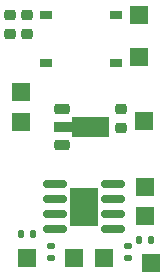
<source format=gbr>
%TF.GenerationSoftware,KiCad,Pcbnew,9.0.2*%
%TF.CreationDate,2025-07-27T21:18:58+02:00*%
%TF.ProjectId,ldo,6c646f2e-6b69-4636-9164-5f7063625858,rev?*%
%TF.SameCoordinates,Original*%
%TF.FileFunction,Soldermask,Top*%
%TF.FilePolarity,Negative*%
%FSLAX46Y46*%
G04 Gerber Fmt 4.6, Leading zero omitted, Abs format (unit mm)*
G04 Created by KiCad (PCBNEW 9.0.2) date 2025-07-27 21:18:58*
%MOMM*%
%LPD*%
G01*
G04 APERTURE LIST*
G04 Aperture macros list*
%AMRoundRect*
0 Rectangle with rounded corners*
0 $1 Rounding radius*
0 $2 $3 $4 $5 $6 $7 $8 $9 X,Y pos of 4 corners*
0 Add a 4 corners polygon primitive as box body*
4,1,4,$2,$3,$4,$5,$6,$7,$8,$9,$2,$3,0*
0 Add four circle primitives for the rounded corners*
1,1,$1+$1,$2,$3*
1,1,$1+$1,$4,$5*
1,1,$1+$1,$6,$7*
1,1,$1+$1,$8,$9*
0 Add four rect primitives between the rounded corners*
20,1,$1+$1,$2,$3,$4,$5,0*
20,1,$1+$1,$4,$5,$6,$7,0*
20,1,$1+$1,$6,$7,$8,$9,0*
20,1,$1+$1,$8,$9,$2,$3,0*%
%AMFreePoly0*
4,1,9,3.862500,-0.866500,0.737500,-0.866500,0.737500,-0.450000,-0.737500,-0.450000,-0.737500,0.450000,0.737500,0.450000,0.737500,0.866500,3.862500,0.866500,3.862500,-0.866500,3.862500,-0.866500,$1*%
G04 Aperture macros list end*
%ADD10RoundRect,0.135000X-0.135000X-0.185000X0.135000X-0.185000X0.135000X0.185000X-0.135000X0.185000X0*%
%ADD11R,1.500000X1.500000*%
%ADD12RoundRect,0.150000X-0.825000X-0.150000X0.825000X-0.150000X0.825000X0.150000X-0.825000X0.150000X0*%
%ADD13R,2.410000X3.300000*%
%ADD14RoundRect,0.225000X-0.425000X-0.225000X0.425000X-0.225000X0.425000X0.225000X-0.425000X0.225000X0*%
%ADD15FreePoly0,0.000000*%
%ADD16RoundRect,0.135000X0.135000X0.185000X-0.135000X0.185000X-0.135000X-0.185000X0.135000X-0.185000X0*%
%ADD17RoundRect,0.135000X0.185000X-0.135000X0.185000X0.135000X-0.185000X0.135000X-0.185000X-0.135000X0*%
%ADD18RoundRect,0.225000X0.250000X-0.225000X0.250000X0.225000X-0.250000X0.225000X-0.250000X-0.225000X0*%
%ADD19RoundRect,0.225000X-0.250000X0.225000X-0.250000X-0.225000X0.250000X-0.225000X0.250000X0.225000X0*%
%ADD20R,1.000000X0.700000*%
G04 APERTURE END LIST*
D10*
%TO.C,R13*%
X106000000Y-57500000D03*
X104980000Y-57500000D03*
%TD*%
D11*
%TO.C,ctrl1*%
X105500000Y-59500000D03*
%TD*%
D12*
%TO.C,U4*%
X107825000Y-53295000D03*
X107825000Y-54565000D03*
X107825000Y-55835000D03*
X107825000Y-57105000D03*
X112775000Y-57105000D03*
X112775000Y-55835000D03*
X112775000Y-54565000D03*
X112775000Y-53295000D03*
D13*
X110300000Y-55200000D03*
%TD*%
D11*
%TO.C,tr2*%
X115000000Y-42500000D03*
%TD*%
%TO.C,v3*%
X115406250Y-47950000D03*
%TD*%
D14*
%TO.C,U1*%
X108456250Y-46950000D03*
D15*
X108543750Y-48450000D03*
D14*
X108456250Y-49950000D03*
%TD*%
D11*
%TO.C,tr1*%
X115000000Y-39000000D03*
%TD*%
D16*
%TO.C,R15*%
X116020000Y-58000000D03*
X115000000Y-58000000D03*
%TD*%
D17*
%TO.C,R14*%
X114000000Y-59520000D03*
X114000000Y-58500000D03*
%TD*%
%TO.C,R12*%
X107500000Y-59520000D03*
X107500000Y-58500000D03*
%TD*%
D11*
%TO.C,o2*%
X112000000Y-59500000D03*
%TD*%
%TO.C,i2*%
X115500000Y-53500000D03*
%TD*%
%TO.C,i1*%
X115500000Y-56000000D03*
%TD*%
%TO.C,g2*%
X105000000Y-48000000D03*
%TD*%
%TO.C,g1*%
X105000000Y-45500000D03*
%TD*%
%TO.C,ctrl2*%
X116000000Y-60000000D03*
%TD*%
D18*
%TO.C,C18*%
X113406250Y-48500000D03*
X113406250Y-46950000D03*
%TD*%
D19*
%TO.C,C17*%
X105500000Y-39000000D03*
X105500000Y-40550000D03*
%TD*%
%TO.C,C3*%
X104000000Y-39000000D03*
X104000000Y-40550000D03*
%TD*%
D20*
%TO.C,D1*%
X107050000Y-39000000D03*
X107050000Y-43000000D03*
X113000000Y-43000000D03*
X113000000Y-39000000D03*
%TD*%
D11*
%TO.C,o1*%
X109500000Y-59500000D03*
%TD*%
M02*

</source>
